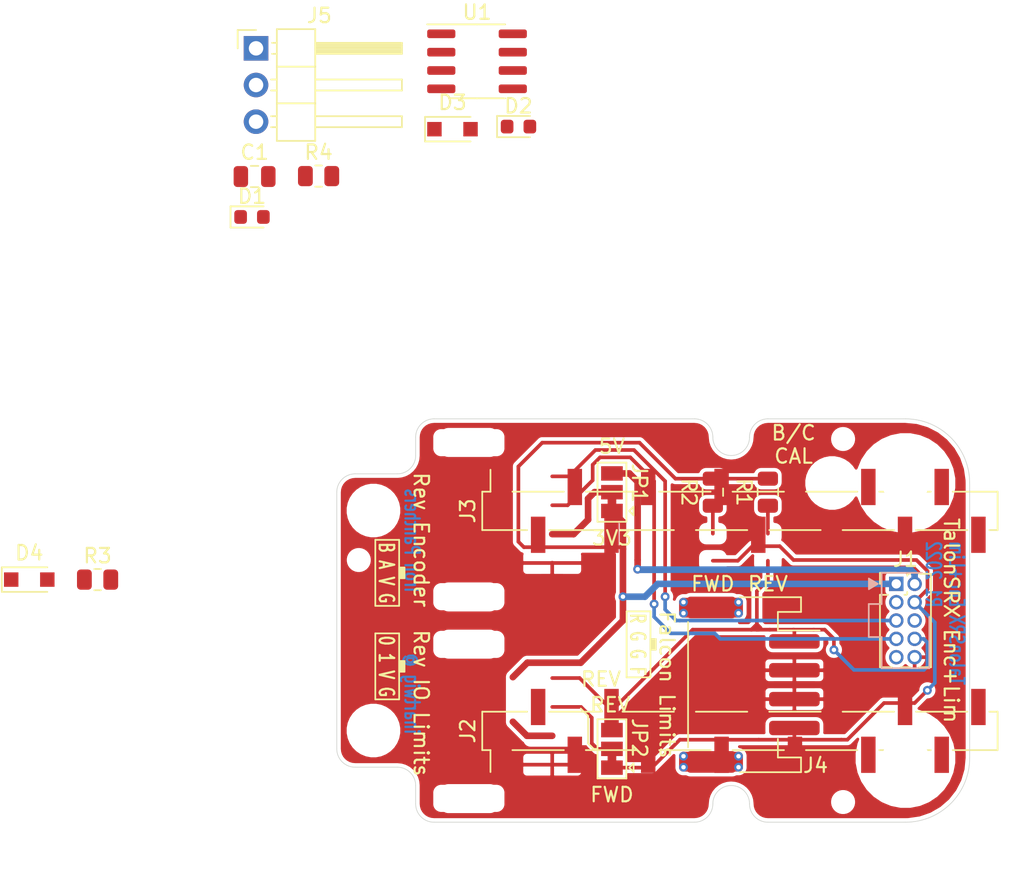
<source format=kicad_pcb>
(kicad_pcb (version 20211014) (generator pcbnew)
  (layers (0 "F.Cu" signal) (31 "B.Cu" signal) (34 "B.Paste" user) (35 "F.Paste" user) (36 "B.SilkS" user "B.Silkscreen") (37 "F.SilkS" user "F.Silkscreen") (38 "B.Mask" user) (39 "F.Mask" user) (44 "Edge.Cuts" user))
  (net 0 "")
  (net 1 "/LIM_REV")
  (net 2 "/LIM_FWD")
  (net 3 "+3V3")
  (net 4 "/TSY_VIN_A")
  (net 5 "/ANA_IN")
  (net 6 "/ENC_B")
  (net 7 "/TSY_3V3_A")
  (net 8 "/ENC_A")
  (net 9 "/ENC_IDX")
  (net 10 "GND")
  (net 11 "/TSY_VIN")
  (net 12 "+5V")
  (net 13 "/TSY_3V3")
  (net 15 "/D0")
  (net 16 "/D1")
  (net 17 "/D2")
  (net 18 "/D3_CANTX")
  (net 19 "/D4_CANRX")
  (net 20 "/D5")
  (net 21 "/D6")
  (net 22 "/D7")
  (net 23 "/D8")
  (net 24 "/D9")
  (net 25 "/D10")
  (net 26 "/D11")
  (net 28 "/AGND")
  (net 29 "/D23_A9")
  (net 30 "/D22_A8")
  (net 31 "/D21_A7")
  (net 32 "/D20_A6")
  (net 33 "/D19_A5")
  (net 34 "/D18_A4")
  (net 35 "/D17_A3")
  (net 36 "/D16_A2")
  (net 37 "/D15_A1")
  (net 38 "/D14_A0")
  (net 40 "/CAN_L")
  (net 42 "/CAN_H")
  (net 43 "/CAN_TXD")
  (net 44 "/CAN_RXD")
  (net 45 "/CAN_RS")
  (footprint "Jumper:SolderJumper-3_P1.3mm_Bridged12_Pad1.0x1.5mm" (layer "F.Cu") (at 129.54 88.265 90)
    (fp_text reference "JP1" (at 0.635 1.905 270 unlocked) (layer "F.SilkS"))
    (fp_text value "SolderJumper_3_Bridged12")
    (fp_poly (pts (xy -0.9 -0.3) (xy -0.4 -0.3) (xy -0.4 0.3) (xy -0.9 0.3)) (layer "F.Cu") (width 0) (fill solid))
    (fp_line (start -2.05 -1) (end 2.05 -1) (layer "F.SilkS") (width 0.12))
    (fp_line (start -1.3 1.2) (end -1 1.5) (layer "F.SilkS") (width 0.12))
    (fp_line (start -2.05 1) (end -2.05 -1) (layer "F.SilkS") (width 0.12))
    (fp_line (start 2.05 -1) (end 2.05 1) (layer "F.SilkS") (width 0.12))
    (fp_line (start -1.6 1.5) (end -1 1.5) (layer "F.SilkS") (width 0.12))
    (fp_line (start 2.05 1) (end -2.05 1) (layer "F.SilkS") (width 0.12))
    (fp_line (start -1.3 1.2) (end -1.6 1.5) (layer "F.SilkS") (width 0.12))
    (pad "1" smd rect locked (at -1.3 0 90) (size 1 1.5) (layers "F.Cu" "F.Mask") (net 18 "/D3_CANTX"))
    (pad "2" smd rect locked (at 0 0 90) (size 1 1.5) (layers "F.Cu" "F.Mask") (net 43 "/CAN_TXD"))
    (pad "3" smd rect locked (at 1.3 0 90) (size 1 1.5) (layers "F.Cu" "F.Mask") (net 30 "/D22_A8"))
  )
  (footprint "Resistor_SMD:R_0805_2012Metric" (layer "F.Cu") (at 140.335 88.265 -90)
    (fp_text reference "R1" (at 0 1.651 -90 unlocked) (layer "F.SilkS"))
    (fp_text value "2.2k")
    (fp_line (start -0.258578 0.71) (end 0.258578 0.71) (layer "F.SilkS") (width 0.12))
    (fp_line (start -0.258578 -0.71) (end 0.258578 -0.71) (layer "F.SilkS") (width 0.12))
    (pad "1" smd roundrect locked (at -0.9375 0 270) (size 0.975 1.4) (layers "F.Cu" "F.Paste" "F.Mask") (net 11 "/TSY_VIN"))
    (pad "2" smd roundrect locked (at 0.9375 0 270) (size 0.975 1.4) (layers "F.Cu" "F.Paste" "F.Mask") (net 4 "/TSY_VIN_A"))
  )
  (footprint "Resistor_SMD:R_0805_2012Metric" (layer "F.Cu") (at 136.525 88.265 -90)
    (fp_text reference "R2" (at 0 1.651 -90 unlocked) (layer "F.SilkS"))
    (fp_text value "2.2k")
    (fp_line (start -0.258578 0.71) (end 0.258578 0.71) (layer "F.SilkS") (width 0.12))
    (fp_line (start -0.258578 -0.71) (end 0.258578 -0.71) (layer "F.SilkS") (width 0.12))
    (pad "1" smd roundrect locked (at -0.9375 0 270) (size 0.975 1.4) (layers "F.Cu" "F.Paste" "F.Mask") (net 13 "/TSY_3V3"))
    (pad "2" smd roundrect locked (at 0.9375 0 270) (size 0.975 1.4) (layers "F.Cu" "F.Paste" "F.Mask") (net 7 "/TSY_3V3_A"))
  )
  (footprint "Jumper:SolderJumper-3_P1.3mm_Bridged12_Pad1.0x1.5mm" (layer "F.Cu") (at 129.54 106.045 90)
    (fp_text reference "JP2" (at 0.762 1.905 270 unlocked) (layer "F.SilkS"))
    (fp_text value "SolderJumper_3_Bridged12")
    (fp_poly (pts (xy -0.9 -0.3) (xy -0.4 -0.3) (xy -0.4 0.3) (xy -0.9 0.3)) (layer "F.Cu") (width 0) (fill solid))
    (fp_line (start 2.05 1) (end -2.05 1) (layer "F.SilkS") (width 0.12))
    (fp_line (start -2.05 -1) (end 2.05 -1) (layer "F.SilkS") (width 0.12))
    (fp_line (start 2.05 -1) (end 2.05 1) (layer "F.SilkS") (width 0.12))
    (fp_line (start -2.05 1) (end -2.05 -1) (layer "F.SilkS") (width 0.12))
    (fp_line (start -1.3 1.2) (end -1 1.5) (layer "F.SilkS") (width 0.12))
    (fp_line (start -1.3 1.2) (end -1.6 1.5) (layer "F.SilkS") (width 0.12))
    (fp_line (start -1.6 1.5) (end -1 1.5) (layer "F.SilkS") (width 0.12))
    (pad "1" smd rect locked (at -1.3 0 90) (size 1 1.5) (layers "F.Cu" "F.Mask") (net 19 "/D4_CANRX"))
    (pad "2" smd rect locked (at 0 0 90) (size 1 1.5) (layers "F.Cu" "F.Mask") (net 44 "/CAN_RXD"))
    (pad "3" smd rect locked (at 1.3 0 90) (size 1 1.5) (layers "F.Cu" "F.Mask") (net 29 "/D23_A9"))
  )
  (footprint "talonsrx-enc-limit-ftc-special:MountingHole_3.2mm_M3_Clearance" (layer "F.Cu") (at 149.86 87.63)
    (fp_text reference "H1" hide)
    (fp_text value "4-40/M3")
    (pad "" np_thru_hole circle locked (at 0 0) (size 3.2 3.2) (drill 3.2) (layers *.Cu *.Mask) (clearance 1.85))
  )
  (footprint "talonsrx-enc-limit-ftc-special:MountingHole_3.2mm_M3_Clearance" (layer "F.Cu") (at 149.86 106.68)
    (fp_text reference "H2" hide)
    (fp_text value "4-40/M3")
    (pad "" np_thru_hole circle locked (at 0 0) (size 3.2 3.2) (drill 3.2) (layers *.Cu *.Mask) (clearance 1.85))
  )
  (footprint "Connector_PinHeader_1.27mm:PinHeader_2x05_P1.27mm_Vertical" (layer "F.Cu") (at 149.225 94.615)
    (fp_text reference "J1" (at 0.635 -1.695) (layer "F.SilkS"))
    (fp_text value "DNP")
    (fp_line (start 0.30753 5.775) (end 0.96247 5.775) (layer "F.SilkS") (width 0.12))
    (fp_line (start -1.13 -0.76) (end 0 -0.76) (layer "F.SilkS") (width 0.12))
    (fp_line (start -1.13 5.775) (end -0.30753 5.775) (layer "F.SilkS") (width 0.12))
    (fp_line (start 0.76 -0.563471) (end 0.76 -0.695) (layer "F.SilkS") (width 0.12))
    (fp_line (start 2.4 -0.695) (end 2.4 5.775) (layer "F.SilkS") (width 0.12))
    (fp_line (start 0.76 0.706529) (end 0.76 0.563471) (layer "F.SilkS") (width 0.12))
    (fp_line (start 1.57753 5.775) (end 2.4 5.775) (layer "F.SilkS") (width 0.12))
    (fp_line (start -1.13 0.76) (end -1.13 5.775) (layer "F.SilkS") (width 0.12))
    (fp_line (start 0.563471 0.76) (end 0.706529 0.76) (layer "F.SilkS") (width 0.12))
    (fp_line (start 0.76 -0.695) (end 0.96247 -0.695) (layer "F.SilkS") (width 0.12))
    (fp_line (start -1.13 0.76) (end -0.563471 0.76) (layer "F.SilkS") (width 0.12))
    (fp_line (start -1.13 0) (end -1.13 -0.76) (layer "F.SilkS") (width 0.12))
    (fp_line (start 1.57753 -0.695) (end 2.4 -0.695) (layer "F.SilkS") (width 0.12))
    (pad "1" thru_hole rect locked (at 0 0) (size 1 1) (drill 0.65) (layers *.Cu *.Mask) (net 3 "+3V3"))
    (pad "2" thru_hole oval locked (at 1.27 0) (size 1 1) (drill 0.65) (layers *.Cu *.Mask) (net 12 "+5V"))
    (pad "3" thru_hole oval locked (at 0 1.27) (size 1 1) (drill 0.65) (layers *.Cu *.Mask) (net 5 "/ANA_IN"))
    (pad "4" thru_hole oval locked (at 1.27 1.27) (size 1 1) (drill 0.65) (layers *.Cu *.Mask) (net 2 "/LIM_FWD"))
    (pad "5" thru_hole oval locked (at 0 2.54) (size 1 1) (drill 0.65) (layers *.Cu *.Mask) (net 6 "/ENC_B"))
    (pad "6" thru_hole oval locked (at 1.27 2.54) (size 1 1) (drill 0.65) (layers *.Cu *.Mask))
    (pad "7" thru_hole oval locked (at 0 3.81) (size 1 1) (drill 0.65) (layers *.Cu *.Mask) (net 8 "/ENC_A"))
    (pad "8" thru_hole oval locked (at 1.27 3.81) (size 1 1) (drill 0.65) (layers *.Cu *.Mask) (net 1 "/LIM_REV"))
    (pad "9" thru_hole oval locked (at 0 5.08) (size 1 1) (drill 0.65) (layers *.Cu *.Mask) (net 9 "/ENC_IDX"))
    (pad "10" thru_hole oval locked (at 1.27 5.08) (size 1 1) (drill 0.65) (layers *.Cu *.Mask) (net 10 "GND"))
  )
  (footprint "Connector_JST:JST_PH_S4B-PH-SM4-TB_1x04-1MP_P2.00mm_Horizontal" (layer "F.Cu") (at 139.319 101.6 -90)
    (fp_text reference "J4" (at 5.588 -4.318 180) (layer "F.SilkS"))
    (fp_text value "Conn_01x04")
    (fp_line (start -5.04 -3.31) (end -5.04 -1.71) (layer "F.SilkS") (width 0.12))
    (fp_line (start 6.06 0.94) (end 6.06 -3.31) (layer "F.SilkS") (width 0.12))
    (fp_line (start -4.34 4.51) (end 4.34 4.51) (layer "F.SilkS") (width 0.12))
    (fp_line (start -3.76 -1.71) (end -3.76 -4.6) (layer "F.SilkS") (width 0.12))
    (fp_line (start 5.04 -1.71) (end 3.76 -1.71) (layer "F.SilkS") (width 0.12))
    (fp_line (start 5.04 -3.31) (end 5.04 -1.71) (layer "F.SilkS") (width 0.12))
    (fp_line (start -6.06 -3.31) (end -5.04 -3.31) (layer "F.SilkS") (width 0.12))
    (fp_line (start -6.06 0.94) (end -6.06 -3.31) (layer "F.SilkS") (width 0.12))
    (fp_line (start 6.06 -3.31) (end 5.04 -3.31) (layer "F.SilkS") (width 0.12))
    (fp_line (start -5.04 -1.71) (end -3.76 -1.71) (layer "F.SilkS") (width 0.12))
    (pad "1" smd roundrect locked (at -3 -2.85 270) (size 1 3.5) (layers "F.Cu" "F.Paste" "F.Mask") (net 1 "/LIM_REV"))
    (pad "2" smd roundrect locked (at -1 -2.85 270) (size 1 3.5) (layers "F.Cu" "F.Paste" "F.Mask") (net 10 "GND"))
    (pad "3" smd roundrect locked (at 1 -2.85 270) (size 1 3.5) (layers "F.Cu" "F.Paste" "F.Mask") (net 10 "GND"))
    (pad "4" smd roundrect locked (at 3 -2.85 270) (size 1 3.5) (layers "F.Cu" "F.Paste" "F.Mask") (net 2 "/LIM_FWD"))
    (pad "MP" smd roundrect locked (at 5.35 2.9 270) (size 1.5 3.4) (layers "F.Cu" "F.Paste" "F.Mask") (roundrect_rratio 0.166667))
    (pad "MP" smd roundrect locked (at -5.35 2.9 270) (size 1.5 3.4) (layers "F.Cu" "F.Paste" "F.Mask") (roundrect_rratio 0.166667))
  )
  (footprint "Connector_PinHeader_2.54mm:PinHeader_1x03_P2.54mm_Horizontal" (layer "F.Cu") (at 104.9 57.52)
    (fp_text reference "J5" (at 4.385 -2.27) (layer "F.SilkS"))
    (fp_text value "Conn_01x03")
    (fp_line (start 4.1 0.16) (end 10.1 0.16) (layer "F.SilkS") (width 0.12))
    (fp_line (start 10.1 4.7) (end 10.1 5.46) (layer "F.SilkS") (width 0.12))
    (fp_line (start 4.1 6.41) (end 4.1 -1.33) (layer "F.SilkS") (width 0.12))
    (fp_line (start 4.1 -0.08) (end 10.1 -0.08) (layer "F.SilkS") (width 0.12))
    (fp_line (start 1.44 3.81) (end 4.1 3.81) (layer "F.SilkS") (width 0.12))
    (fp_line (start 4.1 -1.33) (end 1.44 -1.33) (layer "F.SilkS") (width 0.12))
    (fp_line (start 1.042929 2.92) (end 1.44 2.92) (layer "F.SilkS") (width 0.12))
    (fp_line (start 1.11 0.38) (end 1.44 0.38) (layer "F.SilkS") (width 0.12))
    (fp_line (start 4.1 0.28) (end 10.1 0.28) (layer "F.SilkS") (width 0.12))
    (fp_line (start 10.1 0.38) (end 4.1 0.38) (layer "F.SilkS") (width 0.12))
    (fp_line (start 4.1 -0.32) (end 10.1 -0.32) (layer "F.SilkS") (width 0.12))
    (fp_line (start 10.1 2.92) (end 4.1 2.92) (layer "F.SilkS") (width 0.12))
    (fp_line (start 1.44 -1.33) (end 1.44 6.41) (layer "F.SilkS") (width 0.12))
    (fp_line (start 4.1 -0.2) (end 10.1 -0.2) (layer "F.SilkS") (width 0.12))
    (fp_line (start 1.44 1.27) (end 4.1 1.27) (layer "F.SilkS") (width 0.12))
    (fp_line (start 1.042929 5.46) (end 1.44 5.46) (layer "F.SilkS") (width 0.12))
    (fp_line (start -1.27 -1.27) (end 0 -1.27) (layer "F.SilkS") (width 0.12))
    (fp_line (start 1.042929 4.7) (end 1.44 4.7) (layer "F.SilkS") (width 0.12))
    (fp_line (start 1.44 6.41) (end 4.1 6.41) (layer "F.SilkS") (width 0.12))
    (fp_line (start 4.1 4.7) (end 10.1 4.7) (layer "F.SilkS") (width 0.12))
    (fp_line (start 1.042929 2.16) (end 1.44 2.16) (layer "F.SilkS") (width 0.12))
    (fp_line (start 4.1 2.16) (end 10.1 2.16) (layer "F.SilkS") (width 0.12))
    (fp_line (start 4.1 -0.38) (end 10.1 -0.38) (layer "F.SilkS") (width 0.12))
    (fp_line (start 10.1 2.16) (end 10.1 2.92) (layer "F.SilkS") (width 0.12))
    (fp_line (start 4.1 0.04) (end 10.1 0.04) (layer "F.SilkS") (width 0.12))
    (fp_line (start -1.27 0) (end -1.27 -1.27) (layer "F.SilkS") (width 0.12))
    (fp_line (start 10.1 5.46) (end 4.1 5.46) (layer "F.SilkS") (width 0.12))
    (fp_line (start 10.1 -0.38) (end 10.1 0.38) (layer "F.SilkS") (width 0.12))
    (fp_line (start 1.11 -0.38) (end 1.44 -0.38) (layer "F.SilkS") (width 0.12))
    (pad "1" thru_hole rect (at 0 0) (size 1.7 1.7) (drill 1) (layers *.Cu *.Mask) (net 40 "/CAN_L"))
    (pad "2" thru_hole oval (at 0 2.54) (size 1.7 1.7) (drill 1) (layers *.Cu *.Mask))
    (pad "3" thru_hole oval (at 0 5.08) (size 1.7 1.7) (drill 1) (layers *.Cu *.Mask) (net 42 "/CAN_H"))
  )
  (footprint "LED_SMD:LED_0603_1608Metric" (layer "F.Cu") (at 104.62 69.2)
    (fp_text reference "D1" (at 0 -1.43) (layer "F.SilkS"))
    (fp_text value "Green")
    (fp_line (start -1.485 0.735) (end 0.8 0.735) (layer "F.SilkS") (width 0.12))
    (fp_line (start 0.8 -0.735) (end -1.485 -0.735) (layer "F.SilkS") (width 0.12))
    (fp_line (start -1.485 -0.735) (end -1.485 0.735) (layer "F.SilkS") (width 0.12))
    (pad "1" smd roundrect (at -0.7875 0) (size 0.875 0.95) (layers "F.Cu" "F.Paste" "F.Mask") (net 10 "GND"))
    (pad "2" smd roundrect (at 0.7875 0) (size 0.875 0.95) (layers "F.Cu" "F.Paste" "F.Mask") (net 4 "/TSY_VIN_A"))
  )
  (footprint "Package_SO:SOIC-8_3.9x4.9mm_P1.27mm" (layer "F.Cu") (at 120.2 58.42)
    (fp_text reference "U1" (at 0 -3.4) (layer "F.SilkS"))
    (fp_text value "SN65HVD230")
    (fp_line (start 0 2.56) (end 1.95 2.56) (layer "F.SilkS") (width 0.12))
    (fp_line (start 0 -2.56) (end 1.95 -2.56) (layer "F.SilkS") (width 0.12))
    (fp_line (start 0 -2.56) (end -3.45 -2.56) (layer "F.SilkS") (width 0.12))
    (fp_line (start 0 2.56) (end -1.95 2.56) (layer "F.SilkS") (width 0.12))
    (pad "1" smd roundrect (at -2.475 -1.905) (size 1.95 0.6) (layers "F.Cu" "F.Paste" "F.Mask") (net 43 "/CAN_TXD"))
    (pad "2" smd roundrect (at -2.475 -0.635) (size 1.95 0.6) (layers "F.Cu" "F.Paste" "F.Mask") (net 10 "GND"))
    (pad "3" smd roundrect (at -2.475 0.635) (size 1.95 0.6) (layers "F.Cu" "F.Paste" "F.Mask") (net 3 "+3V3"))
    (pad "4" smd roundrect (at -2.475 1.905) (size 1.95 0.6) (layers "F.Cu" "F.Paste" "F.Mask") (net 44 "/CAN_RXD"))
    (pad "5" smd roundrect (at 2.475 1.905) (size 1.95 0.6) (layers "F.Cu" "F.Paste" "F.Mask"))
    (pad "6" smd roundrect (at 2.475 0.635) (size 1.95 0.6) (layers "F.Cu" "F.Paste" "F.Mask") (net 40 "/CAN_L"))
    (pad "7" smd roundrect (at 2.475 -0.635) (size 1.95 0.6) (layers "F.Cu" "F.Paste" "F.Mask") (net 42 "/CAN_H"))
    (pad "8" smd roundrect (at 2.475 -1.905) (size 1.95 0.6) (layers "F.Cu" "F.Paste" "F.Mask") (net 45 "/CAN_RS"))
  )
  (footprint "Diode_SMD:D_SOD-323_HandSoldering" (layer "F.Cu") (at 89.2 94.32)
    (fp_text reference "D4" (at 0 -1.85) (layer "F.SilkS"))
    (fp_text value "DNP")
    (fp_line (start -1.9 -0.85) (end 1.25 -0.85) (layer "F.SilkS") (width 0.12))
    (fp_line (start -1.9 -0.85) (end -1.9 0.85) (layer "F.SilkS") (width 0.12))
    (fp_line (start -1.9 0.85) (end 1.25 0.85) (layer "F.SilkS") (width 0.12))
    (pad "1" smd rect (at -1.25 0) (size 1 1) (layers "F.Cu" "F.Paste" "F.Mask") (net 13 "/TSY_3V3"))
    (pad "2" smd rect (at 1.25 0) (size 1 1) (layers "F.Cu" "F.Paste" "F.Mask") (net 3 "+3V3"))
  )
  (footprint "Resistor_SMD:R_0805_2012Metric" (layer "F.Cu") (at 109.23 66.37)
    (fp_text reference "R4" (at 0 -1.65) (layer "F.SilkS"))
    (fp_text value "DNP")
    (fp_line (start -0.227064 -0.735) (end 0.227064 -0.735) (layer "F.SilkS") (width 0.12))
    (fp_line (start -0.227064 0.735) (end 0.227064 0.735) (layer "F.SilkS") (width 0.12))
    (pad "1" smd roundrect (at -0.9125 0) (size 1.025 1.4) (layers "F.Cu" "F.Paste" "F.Mask") (roundrect_rratio 0.243902) (net 45 "/CAN_RS"))
    (pad "2" smd roundrect (at 0.9125 0) (size 1.025 1.4) (layers "F.Cu" "F.Paste" "F.Mask") (roundrect_rratio 0.243902) (net 10 "GND"))
  )
  (footprint "Connector_PinHeader_2.54mm:PinHeader_1x14_P2.54mm_Vertical_SMD_Pin1Left" (layer "F.Cu") (at 138.4 104.8 90)
    (fp_text reference "J2" (at 0 -18.84 90) (layer "F.SilkS"))
    (fp_text value "Conn_01x14")
    (fp_line (start -1.33 14.73) (end -1.33 17.84) (layer "F.SilkS") (width 0.12))
    (fp_line (start 1.33 7.11) (end 1.33 10.67) (layer "F.SilkS") (width 0.12))
    (fp_line (start -1.33 4.57) (end -1.33 8.13) (layer "F.SilkS") (width 0.12))
    (fp_line (start -1.33 -0.51) (end -1.33 3.05) (layer "F.SilkS") (width 0.12))
    (fp_line (start -1.33 -17.84) (end -1.33 -17.27) (layer "F.SilkS") (width 0.12))
    (fp_line (start -1.33 -17.84) (end 1.33 -17.84) (layer "F.SilkS") (width 0.12))
    (fp_line (start 1.33 -8.13) (end 1.33 -4.57) (layer "F.SilkS") (width 0.12))
    (fp_line (start 1.33 -13.21) (end 1.33 -9.65) (layer "F.SilkS") (width 0.12))
    (fp_line (start -1.33 9.65) (end -1.33 13.21) (layer "F.SilkS") (width 0.12))
    (fp_line (start 1.33 -3.05) (end 1.33 0.51) (layer "F.SilkS") (width 0.12))
    (fp_line (start -1.33 -5.59) (end -1.33 -2.03) (layer "F.SilkS") (width 0.12))
    (fp_line (start 1.33 17.27) (end 1.33 17.84) (layer "F.SilkS") (width 0.12))
    (fp_line (start 1.33 -17.84) (end 1.33 -14.73) (layer "F.SilkS") (width 0.12))
    (fp_line (start -1.33 -17.27) (end -2.85 -17.27) (layer "F.SilkS") (width 0.12))
    (fp_line (start -1.33 -15.75) (end -1.33 -12.19) (layer "F.SilkS") (width 0.12))
    (fp_line (start -1.33 -10.67) (end -1.33 -7.11) (layer "F.SilkS") (width 0.12))
    (fp_line (start 1.33 2.03) (end 1.33 5.59) (layer "F.SilkS") (width 0.12))
    (fp_line (start -1.33 17.84) (end 1.33 17.84) (layer "F.SilkS") (width 0.12))
    (fp_line (start 1.33 12.19) (end 1.33 15.75) (layer "F.SilkS") (width 0.12))
    (pad "1" smd rect (at -1.655 -16.51 90) (size 2.51 1) (layers "F.Cu" "F.Paste" "F.Mask") (net 10 "GND"))
    (pad "2" smd rect (at 1.655 -13.97 90) (size 2.51 1) (layers "F.Cu" "F.Paste" "F.Mask") (net 15 "/D0"))
    (pad "3" smd rect (at -1.655 -11.43 90) (size 2.51 1) (layers "F.Cu" "F.Paste" "F.Mask") (net 16 "/D1"))
    (pad "4" smd rect (at 1.655 -8.89 90) (size 2.51 1) (layers "F.Cu" "F.Paste" "F.Mask") (net 17 "/D2"))
    (pad "5" smd rect (at -1.655 -6.35 90) (size 2.51 1) (layers "F.Cu" "F.Paste" "F.Mask") (net 18 "/D3_CANTX"))
    (pad "6" smd rect (at 1.655 -3.81 90) (size 2.51 1) (layers "F.Cu" "F.Paste" "F.Mask") (net 19 "/D4_CANRX"))
    (pad "7" smd rect (at -1.655 -1.27 90) (size 2.51 1) (layers "F.Cu" "F.Paste" "F.Mask") (net 20 "/D5"))
    (pad "8" smd rect (at 1.655 1.27 90) (size 2.51 1) (layers "F.Cu" "F.Paste" "F.Mask") (net 21 "/D6"))
    (pad "9" smd rect (at -1.655 3.81 90) (size 2.51 1) (layers "F.Cu" "F.Paste" "F.Mask") (net 22 "/D7"))
    (pad "10" smd rect (at 1.655 6.35 90) (size 2.51 1) (layers "F.Cu" "F.Paste" "F.Mask") (net 23 "/D8"))
    (pad "11" smd rect (at -1.655 8.89 90) (size 2.51 1) (layers "F.Cu" "F.Paste" "F.Mask") (net 24 "/D9"))
    (pad "12" smd rect (at 1.655 11.43 90) (size 2.51 1) (layers "F.Cu" "F.Paste" "F.Mask") (net 25 "/D10"))
    (pad "13" smd rect (at -1.655 13.97 90) (size 2.51 1) (layers "F.Cu" "F.Paste" "F.Mask") (net 26 "/D11"))
    (pad "14" smd rect (at 1.655 16.51 90) (size 2.51 1) (layers "F.Cu" "F.Paste" "F.Mask"))
  )
  (footprint "LED_SMD:LED_0603_1608Metric" (layer "F.Cu") (at 123.07 62.94)
    (fp_text reference "D2" (at 0 -1.43) (layer "F.SilkS"))
    (fp_text value "Green")
    (fp_line (start 0.8 -0.735) (end -1.485 -0.735) (layer "F.SilkS") (width 0.12))
    (fp_line (start -1.485 0.735) (end 0.8 0.735) (layer "F.SilkS") (width 0.12))
    (fp_line (start -1.485 -0.735) (end -1.485 0.735) (layer "F.SilkS") (width 0.12))
    (pad "1" smd roundrect (at -0.7875 0) (size 0.875 0.95) (layers "F.Cu" "F.Paste" "F.Mask") (net 10 "GND"))
    (pad "2" smd roundrect (at 0.7875 0) (size 0.875 0.95) (layers "F.Cu" "F.Paste" "F.Mask") (net 7 "/TSY_3V3_A"))
  )
  (footprint "Resistor_SMD:R_0805_2012Metric" (layer "F.Cu") (at 93.93 94.32)
    (fp_text reference "R3" (at 0 -1.65) (layer "F.SilkS"))
    (fp_text value "DNP")
    (fp_line (start -0.227064 -0.735) (end 0.227064 -0.735) (layer "F.SilkS") (width 0.12))
    (fp_line (start -0.227064 0.735) (end 0.227064 0.735) (layer "F.SilkS") (width 0.12))
    (pad "1" smd roundrect (at -0.9125 0) (size 1.025 1.4) (layers "F.Cu" "F.Paste" "F.Mask") (roundrect_rratio 0.243902) (net 3 "+3V3"))
    (pad "2" smd roundrect (at 0.9125 0) (size 1.025 1.4) (layers "F.Cu" "F.Paste" "F.Mask") (roundrect_rratio 0.243902) (net 45 "/CAN_RS"))
  )
  (footprint "Diode_SMD:D_SOD-323_HandSoldering" (layer "F.Cu") (at 118.5 63.12)
    (fp_text reference "D3" (at 0 -1.85) (layer "F.SilkS"))
    (fp_text value "D_Small_Filled")
    (fp_line (start -1.9 -0.85) (end -1.9 0.85) (layer "F.SilkS") (width 0.12))
    (fp_line (start -1.9 -0.85) (end 1.25 -0.85) (layer "F.SilkS") (width 0.12))
    (fp_line (start -1.9 0.85) (end 1.25 0.85) (layer "F.SilkS") (width 0.12))
    (pad "1" smd rect (at -1.25 0) (size 1 1) (layers "F.Cu" "F.Paste" "F.Mask") (net 11 "/TSY_VIN"))
    (pad "2" smd rect (at 1.25 0) (size 1 1) (layers "F.Cu" "F.Paste" "F.Mask") (net 12 "+5V"))
  )
  (footprint "Capacitor_SMD:C_0805_2012Metric" (layer "F.Cu") (at 104.8 66.4)
    (fp_text reference "C1" (at 0 -1.68) (layer "F.SilkS"))
    (fp_text value "0.1uF")
    (fp_line (start -0.261252 0.735) (end 0.261252 0.735) (layer "F.SilkS") (width 0.12))
    (fp_line (start -0.261252 -0.735) (end 0.261252 -0.735) (layer "F.SilkS") (width 0.12))
    (pad "1" smd roundrect (at -0.95 0) (size 1 1.45) (layers "F.Cu" "F.Paste" "F.Mask") (net 3 "+3V3"))
    (pad "2" smd roundrect (at 0.95 0) (size 1 1.45) (layers "F.Cu" "F.Paste" "F.Mask") (net 10 "GND"))
  )
  (footprint "Connector_PinHeader_2.54mm:PinHeader_1x14_P2.54mm_Vertical_SMD_Pin1Right" (layer "F.Cu") (at 138.4 89.56 90)
    (fp_text reference "J3" (at 0 -18.84 90) (layer "F.SilkS"))
    (fp_text value "Conn_01x14")
    (fp_line (start 1.33 -10.67) (end 1.33 -7.11) (layer "F.SilkS") (width 0.12))
    (fp_line (start 1.33 -5.59) (end 1.33 -2.03) (layer "F.SilkS") (width 0.12))
    (fp_line (start -1.33 -8.13) (end -1.33 -4.57) (layer "F.SilkS") (width 0.12))
    (fp_line (start -1.33 -3.05) (end -1.33 0.51) (layer "F.SilkS") (width 0.12))
    (fp_line (start 1.33 14.73) (end 1.33 17.84) (layer "F.SilkS") (width 0.12))
    (fp_line (start -1.33 -17.84) (end 1.33 -17.84) (layer "F.SilkS") (width 0.12))
    (fp_line (start 1.33 -17.27) (end 2.85 -17.27) (layer "F.SilkS") (width 0.12))
    (fp_line (start -1.33 2.03) (end -1.33 5.59) (layer "F.SilkS") (width 0.12))
    (fp_line (start 1.33 9.65) (end 1.33 13.21) (layer "F.SilkS") (width 0.12))
    (fp_line (start 1.33 -0.51) (end 1.33 3.05) (layer "F.SilkS") (width 0.12))
    (fp_line (start 1.33 -15.75) (end 1.33 -12.19) (layer "F.SilkS") (width 0.12))
    (fp_line (start 1.33 4.57) (end 1.33 8.13) (layer "F.SilkS") (width 0.12))
    (fp_line (start -1.33 12.19) (end -1.33 15.75) (layer "F.SilkS") (width 0.12))
    (fp_line (start -1.33 7.11) (end -1.33 10.67) (layer "F.SilkS") (width 0.12))
    (fp_line (start -1.33 17.27) (end -1.33 17.84) (layer "F.SilkS") (width 0.12))
    (fp_line (start 1.33 -17.84) (end 1.33 -17.27) (layer "F.SilkS") (width 0.12))
    (fp_line (start -1.33 -17.84) (end -1.33 -14.73) (layer "F.SilkS") (width 0.12))
    (fp_line (start -1.33 17.84) (end 1.33 17.84) (layer "F.SilkS") (width 0.12))
    (fp_line (start -1.33 -13.21) (end -1.33 -9.65) (layer "F.SilkS") (width 0.12))
    (pad "1" smd rect (at 1.655 -16.51 90) (size 2.51 1) (layers "F.Cu" "F.Paste" "F.Mask") (net 11 "/TSY_VIN"))
    (pad "2" smd rect (at -1.655 -13.97 90) (size 2.51 1) (layers "F.Cu" "F.Paste" "F.Mask") (net 28 "/AGND"))
    (pad "3" smd rect (at 1.655 -11.43 90) (size 2.51 1) (layers "F.Cu" "F.Paste" "F.Mask") (net 13 "/TSY_3V3"))
    (pad "4" smd rect (at -1.655 -8.89 90) (size 2.51 1) (layers "F.Cu" "F.Paste" "F.Mask") (net 29 "/D23_A9"))
    (pad "5" smd rect (at 1.655 -6.35 90) (size 2.51 1) (layers "F.Cu" "F.Paste" "F.Mask") (net 30 "/D22_A8"))
    (pad "6" smd rect (at -1.655 -3.81 90) (size 2.51 1) (layers "F.Cu" "F.Paste" "F.Mask") (net 31 "/D21_A7"))
    (pad "7" smd rect (at 1.655 -1.27 90) (size 2.51 1) (layers "F.Cu" "F.Paste" "F.Mask") (net 32 "/D20_A6"))
    (pad "8" smd rect (at -1.655 1.27 90) (size 2.51 1) (layers "F.Cu" "F.Paste" "F.Mask") (net 33 "/D19_A5"))
    (pad "9" smd rect (at 1.655 3.81 90) (size 2.51 1) (layers "F.Cu" "F.Paste" "F.Mask") (net 34 "/D18_A4"))
    (pad "10" smd rect (at -1.655 6.35 90) (size 2.51 1) (layers "F.Cu" "F.Paste" "F.Mask") (net 35 "/D17_A3"))
    (pad "11" smd rect (at 1.655 8.89 90) (size 2.51 1) (layers "F.Cu" "F.Paste" "F.Mask") (net 36 "/D16_A2"))
    (pad "12" smd rect (at -1.655 11.43 90) (size 2.51 1) (layers "F.Cu" "F.Paste" "F.Mask") (net 37 "/D15_A1"))
    (pad "13" smd rect (at 1.655 13.97 90) (size 2.51 1) (layers "F.Cu" "F.Paste" "F.Mask") (net 38 "/D14_A0"))
    (pad "14" smd rect (at -1.655 16.51 90) (size 2.51 1) (layers "F.Cu" "F.Paste" "F.Mask"))
  )
  (gr_poly (pts (xy 147.955 94.615) (xy 147.32 94.996) (xy 147.32 94.234)) (layer "B.SilkS") (width 0.1) (fill solid))
  (gr_line (start 151.511 100.457) (end 151.511 96.901) (layer "B.SilkS") (width 0.12))
  (gr_line (start 148.209 93.853) (end 151.003 93.853) (layer "B.SilkS") (width 0.12))
  (gr_line (start 148.209 98.298) (end 148.209 100.457) (layer "B.SilkS") (width 0.12))
  (gr_line (start 148.209 96.012) (end 148.209 93.853) (layer "B.SilkS") (width 0.12))
  (gr_line (start 148.209 100.457) (end 151.511 100.457) (layer "B.SilkS") (width 0.12))
  (gr_line (start 148.209 96.012) (end 147.32 96.012) (layer "B.SilkS") (width 0.12))
  (gr_line (start 147.32 96.012) (end 147.32 98.298) (layer "B.SilkS") (width 0.12))
  (gr_line (start 147.32 98.298) (end 148.209 98.298) (layer "B.SilkS") (width 0.12))
  (gr_line (start 113.157 102.616) (end 113.157 98.044) (layer "F.SilkS") (width 0.12))
  (gr_line (start 114.808 98.044) (end 114.808 102.616) (layer "F.SilkS") (width 0.12))
  (gr_line (start 113.157 98.044) (end 114.808 98.044) (layer "F.SilkS") (width 0.12))
  (gr_line (start 114.808 102.616) (end 113.157 102.616) (layer "F.SilkS") (width 0.12))
  (gr_poly (pts (xy 115.189 100.711) (xy 114.808 100.711) (xy 114.808 99.949) (xy 115.189 99.949)) (layer "F.SilkS") (width 0.1) (fill solid))
  (gr_line (start 132.207 96.52) (end 132.207 101.092) (layer "F.SilkS") (width 0.12))
  (gr_poly (pts (xy 132.588 99.187) (xy 132.207 99.187) (xy 132.207 98.425) (xy 132.588 98.425)) (layer "F.SilkS") (width 0.1) (fill solid))
  (gr_line (start 130.556 96.52) (end 132.207 96.52) (layer "F.SilkS") (width 0.12))
  (gr_line (start 130.556 101.092) (end 130.556 96.52) (layer "F.SilkS") (width 0.12))
  (gr_line (start 132.207 101.092) (end 130.556 101.092) (layer "F.SilkS") (width 0.12))
  (gr_line (start 114.808 96.139) (end 113.157 96.139) (layer "F.SilkS") (width 0.12))
  (gr_poly (pts (xy 115.189 94.234) (xy 114.808 94.234) (xy 114.808 93.472) (xy 115.189 93.472)) (layer "F.SilkS") (width 0.1) (fill solid))
  (gr_line (start 113.157 96.139) (end 113.157 91.567) (layer "F.SilkS") (width 0.12))
  (gr_line (start 113.157 91.567) (end 114.808 91.567) (layer "F.SilkS") (width 0.12))
  (gr_line (start 114.808 91.567) (end 114.808 96.139) (layer "F.SilkS") (width 0.12))
  (gr_line (start 128.27 106.045) (end 128.524 106.045) (layer "F.SilkS") (width 0.12))
  (gr_line (start 127.381 103.251) (end 127.889 103.759) (layer "F.SilkS") (width 0.12))
  (gr_line (start 127.889 103.759) (end 127.889 105.664) (layer "F.SilkS") (width 0.12))
  (gr_line (start 127.889 105.664) (end 128.27 106.045) (layer "F.SilkS") (width 0.12))
  (gr_line (start 154.305 106.68) (end 154.305 87.63) (layer "Edge.Cuts") (width 0.05))
  (gr_line (start 149.86 83.185) (end 140.335 83.185) (layer "Edge.Cuts") (width 0.05))
  (gr_line (start 110.49 88.265) (end 110.49 106.045) (layer "Edge.Cuts") (width 0.05))
  (gr_line (start 117.221 111.125) (end 135.255 111.125) (layer "Edge.Cuts") (width 0.05))
  (gr_line (start 117.221 83.185) (end 135.255 83.185) (layer "Edge.Cuts") (width 0.05))
  (gr_arc (start 115.951 84.455) (mid 116.322974 83.556974) (end 117.221 83.185) (layer "Edge.Cuts") (width 0.05))
  (gr_arc (start 115.951 85.725) (mid 115.579026 86.623026) (end 114.681 86.995) (layer "Edge.Cuts") (width 0.05))
  (gr_line (start 115.951 84.455) (end 115.951 85.725) (layer "Edge.Cuts") (width 0.05))
  (gr_line (start 114.681 86.995) (end 111.76 86.995) (layer "Edge.Cuts") (width 0.05))
  (gr_arc (start 110.49 88.265) (mid 110.861974 87.366974) (end 111.76 86.995) (layer "Edge.Cuts") (width 0.05))
  (gr_arc (start 117.221 111.125) (mid 116.322974 110.753026) (end 115.951 109.855) (layer "Edge.Cuts") (width 0.05))
  (gr_arc (start 114.681 107.315) (mid 115.579026 107.686974) (end 115.951 108.585) (layer "Edge.Cuts") (width 0.05))
  (gr_line (start 114.681 107.315) (end 111.76 107.315) (layer "Edge.Cuts") (width 0.05))
  (gr_line (start 115.951 109.855) (end 115.951 108.585) (layer "Edge.Cuts") (width 0.05))
  (gr_arc (start 111.76 107.315) (mid 110.861974 106.943026) (end 110.49 106.045) (layer "Edge.Cuts") (width 0.05))
  (gr_arc (start 149.86 83.185) (mid 153.00309 84.48691) (end 154.305 87.63) (layer "Edge.Cuts") (width 0.05))
  (gr_arc (start 135.255 83.185) (mid 136.153026 83.556974) (end 136.525 84.455) (layer "Edge.Cuts") (width 0.05))
  (gr_arc (start 136.525 109.855) (mid 137.795 108.585) (end 139.065 109.855) (layer "Edge.Cuts") (width 0.05))
  (gr_arc (start 154.305 106.68) (mid 153.00309 109.82309) (end 149.86 111.125) (layer "Edge.Cuts") (width 0.05))
  (gr_line (start 149.86 111.125) (end 140.335 111.125) (layer "Edge.Cuts") (width 0.05))
  (gr_arc (start 139.065 84.455) (mid 139.436974 83.556974) (end 140.335 83.185) (layer "Edge.Cuts") (width 0.05))
  (gr_arc (start 136.525 109.855) (mid 136.153026 110.753026) (end 135.255 111.125) (layer "Edge.Cuts") (width 0.05))
  (gr_arc (start 139.065 84.455) (mid 137.795 85.725) (end 136.525 84.455) (layer "Edge.Cuts") (width 0.05))
  (gr_arc (start 140.335 111.125) (mid 139.436974 110.753026) (end 139.065 109.855) (layer "Edge.Cuts") (width 0.05))
  (gr_text "TalonSRX Enc+Lim\nR1 2022" (at 152.6 91.567 270) (layer "B.Cu") (effects (font (size 1 0.7) (thickness 0.1524)) (justify right mirror)))
  (gr_text "ihartwig @        Iron Panthers" (at 115.697 96.52 270) (layer "B.Cu") (effects (font (size 1 0.7) (thickness 0.1524)) (justify mirror)))
  (gr_text "Rev Encoder" (at 116.332 91.567 270) (layer "F.SilkS") (effects (font (size 1 1))))
  (gr_text "FWD" (at 129.54 109.22) (layer "F.SilkS") (effects (font (size 1 1))))
  (gr_text "3V3" (at 129.54 91.44) (layer "F.SilkS") (effects (font (size 1 1))))
  (gr_text "5V" (at 129.54 85.09) (layer "F.SilkS") (effects (font (size 1 1))))
  (gr_text "FWD" (at 136.525 94.615) (layer "F.SilkS") (effects (font (size 1 1))))
  (gr_text "REV" (at 140.335 94.615) (layer "F.SilkS") (effects (font (size 1 1))))
  (gr_text "B/C\nCAL" (at 142.113 84.963) (layer "F.SilkS") (effects (font (size 1 1))))
  (gr_text "0 1 V G" (at 113.919 100.33 270) (layer "F.SilkS") (effects (font (size 1 0.7))))
  (gr_text "Rev IO Limits" (at 116.332 102.87 270) (layer "F.SilkS") (effects (font (size 1 1))))
  (gr_text "B A V G" (at 113.919 93.853 270) (layer "F.SilkS") (effects (font (size 1 0.7))))
  (gr_text "R G G F" (at 131.318 98.806 270) (layer "F.SilkS") (effects (font (size 1 0.7))))
  (gr_text "REV" (at 129.413 102.997) (layer "F.SilkS") (effects (font (size 1 1))))
  (gr_text "REV" (at 128.778 101.219) (layer "F.SilkS") (effects (font (size 1 1))))
  (gr_text "Falcon Limits" (at 133.35 101.6 270) (layer "F.SilkS") (effects (font (size 1 1))))
  (gr_text "TalonSRX Enc+Lim" (at 153.035 97.155 270) (layer "F.SilkS") (effects (font (size 1 1))))
  (segment (start 137.906 106.918) (end 138.303 107.315) (width 0.6096) (layer "F.Cu") (net 0))
  (segment (start 134.493 106.553) (end 138.303 106.553) (width 0.6096) (layer "F.Cu") (net 0))
  (segment (start 136.419 106.918) (end 137.906 106.918) (width 0.6096) (layer "F.Cu") (net 0))
  (segment (start 138.303 106.553) (end 138.303 107.315) (width 0.6096) (layer "F.Cu") (net 0))
  (segment (start 134.493 107.315) (end 134.493 106.553) (width 0.6096) (layer "F.Cu") (net 0))
  (segment (start 138.303 107.315) (end 134.493 107.315) (width 0.6096) (layer "F.Cu") (net 0))
  (segment (start 137.906 96.25) (end 138.303 96.647) (width 0.6096) (layer "F.Cu") (net 0))
  (segment (start 134.493 96.647) (end 134.493 95.885) (width 0.6096) (layer "F.Cu") (net 0))
  (segment (start 138.303 96.647) (end 134.493 96.647) (width 0.6096) (layer "F.Cu") (net 0))
  (segment (start 134.493 95.885) (end 138.303 95.885) (width 0.6096) (layer "F.Cu") (net 0))
  (segment (start 136.419 96.25) (end 137.906 96.25) (width 0.6096) (layer "F.Cu") (net 0))
  (segment (start 138.303 95.885) (end 138.303 96.647) (width 0.6096) (layer "F.Cu") (net 0))
  (via (at 134.493 106.553) (size 0.6096) (drill 0.3048) (layers "F.Cu" "B.Cu") (net 0))
  (via (at 134.493 107.315) (size 0.6096) (drill 0.3048) (layers "F.Cu" "B.Cu") (net 0))
  (via (at 138.303 106.553) (size 0.6096) (drill 0.3048) (layers "F.Cu" "B.Cu") (net 0))
  (via (at 138.303 107.315) (size 0.6096) (drill 0.3048) (layers "F.Cu" "B.Cu") (net 0))
  (via (at 138.303 95.885) (size 0.6096) (drill 0.3048) (layers "F.Cu" "B.Cu") (net 0))
  (via (at 134.493 95.885) (size 0.6096) (drill 0.3048) (layers "F.Cu" "B.Cu") (net 0))
  (via (at 134.493 96.647) (size 0.6096) (drill 0.3048) (layers "F.Cu" "B.Cu") (net 0))
  (via (at 138.303 96.647) (size 0.6096) (drill 0.3048) (layers "F.Cu" "B.Cu") (net 0))
  (segment (start 142.169 97.846) (end 142.113 97.79) (width 0.254) (layer "F.Cu") (net 1))
  (segment (start 139.192 97.79) (end 139.573 97.409) (width 0.254) (layer "F.Cu") (net 1))
  (segment (start 139.573 97.409) (end 139.827 97.663) (width 0.254) (layer "F.Cu") (net 1))
  (segment (start 144.272 97.79) (end 143.51 97.79) (width 0.254) (layer "F.Cu") (net 1))
  (segment (start 142.169 98.6) (end 142.169 97.846) (width 0.254) (layer "F.Cu") (net 1))
  (segment (start 139.192 97.79) (end 135.128 97.79) (width 0.254) (layer "F.Cu") (net 1))
  (segment (start 142.113 97.79) (end 140.462 97.79) (width 0.254) (layer "F.Cu") (net 1))
  (segment (start 129.54 104.745) (end 129.54 103.378) (width 0.254) (layer "F.Cu") (net 1))
  (segment (start 129.54 103.378) (end 129.54 102.997) (width 0.254) (layer "F.Cu") (net 1))
  (segment (start 129.159 102.997) (end 129.54 103.378) (width 0.254) (layer "F.Cu") (net 1))
  (segment (start 144.907 99.187) (end 144.907 98.425) (width 0.254) (layer "F.Cu") (net 1))
  (segment (start 135.128 97.79) (end 129.921 102.997) (width 0.254) (layer "F.Cu") (net 1))
  (segment (start 140.335 94.361) (end 139.573 95.123) (width 0.254) (layer "F.Cu") (net 1))
  (segment (start 140.335 93.0125) (end 140.335 94.361) (width 0.254) (layer "F.Cu") (net 1))
  (segment (start 129.54 102.997) (end 129.159 102.997) (width 0.254) (layer "F.Cu") (net 1))
  (segment (start 139.7 97.79) (end 139.573 97.79) (width 0.254) (layer "F.Cu") (net 1))
  (segment (start 139.573 97.79) (end 139.192 97.79) (width 0.254) (layer "F.Cu") (net 1))
  (segment (start 139.573 97.409) (end 139.573 97.79) (width 0.254) (layer "F.Cu") (net 1))
  (segment (start 129.54 102.997) (end 129.921 102.997) (width 0.254) (layer "F.Cu") (net 1))
  (segment (start 140.462 97.79) (end 139.7 97.79) (width 0.254) (layer "F.Cu") (net 1))
  (segment (start 127.302 101.14) (end 125.405 101.14) (width 0.254) (layer "F.Cu") (net 1))
  (segment (start 143.51 97.79) (end 142.113 97.79) (width 0.254) (layer "F.Cu") (net 1))
  (segment (start 129.159 102.997) (end 127.302 101.14) (width 0.254) (layer "F.Cu") (net 1))
  (segment (start 139.573 95.123) (end 139.573 97.409) (width 0.254) (layer "F.Cu") (net 1))
  (segment (start 129.921 102.997) (end 129.54 103.378) (width 0.254) (layer "F.Cu") (net 1))
  (segment (start 144.907 98.425) (end 144.272 97.79) (width 0.254) (layer "F.Cu") (net 1))
  (via (at 144.907 99.187) (size 0.6096) (drill 0.3048) (layers "F.Cu" "B.Cu") (net 1))
  (segment (start 151.137999 100.576001) (end 146.296001 100.576001) (width 0.254) (layer "B.Cu") (net 1))
  (segment (start 151.384 100.33) (end 151.137999 100.576001) (width 0.254) (layer "B.Cu") (net 1))
  (segment (start 146.296001 100.576001) (end 144.907 99.187) (width 0.254) (layer "B.Cu") (net 1))
  (segment (start 151.13 98.425) (end 151.384 98.679) (width 0.254) (layer "B.Cu") (net 1))
  (segment (start 151.384 98.679) (end 151.384 100.33) (width 0.254) (layer "B.Cu") (net 1))
  (segment (start 150.495 98.425) (end 151.13 98.425) (width 0.254) (layer "B.Cu") (net 1))
  (segment (start 141.15501 92.00601) (end 142.113 92.964) (width 0.254) (layer "F.Cu") (net 2))
  (segment (start 150.622 92.964) (end 151.384 93.726) (width 0.254) (layer "F.Cu") (net 2))
  (segment (start 142.169 104.6) (end 142.169 105.339) (width 0.254) (layer "F.Cu") (net 2))
  (segment (start 142.113 92.964) (end 150.622 92.964) (width 0.254) (layer "F.Cu") (net 2))
  (segment (start 151.384 93.726) (end 151.384 94.996) (width 0.254) (layer "F.Cu") (net 2))
  (segment (start 142.169 105.339) (end 142.24 105.41) (width 0.254) (layer "F.Cu") (net 2))
  (segment (start 150.495 102.87) (end 151.376001 101.988999) (width 0.254) (layer "F.Cu") (net 2))
  (segment (start 129.54 107.345) (end 132.304 107.345) (width 0.254) (layer "F.Cu") (net 2))
  (segment (start 134.239 105.41) (end 139.7 105.41) (width 0.254) (layer "F.Cu") (net 2))
  (segment (start 150.495 102.87) (end 148.376038 102.87) (width 0.254) (layer "F.Cu") (net 2))
  (segment (start 151.384 94.996) (end 150.495 95.885) (width 0.254) (layer "F.Cu") (net 2))
  (segment (start 132.304 107.345) (end 134.239 105.41) (width 0.254) (layer "F.Cu") (net 2))
  (segment (start 139.7 105.41) (end 142.24 105.41) (width 0.254) (layer "F.Cu") (net 2))
  (segment (start 148.376038 102.87) (end 145.836038 105.41) (width 0.254) (layer "F.Cu") (net 2))
  (segment (start 139.26099 92.00601) (end 141.15501 92.00601) (width 0.254) (layer "F.Cu") (net 2))
  (segment (start 138.2545 93.0125) (end 139.26099 92.00601) (width 0.254) (layer "F.Cu") (net 2))
  (segment (start 145.836038 105.41) (end 145.415 105.41) (width 0.254) (layer "F.Cu") (net 2))
  (segment (start 136.525 93.0125) (end 138.2545 93.0125) (width 0.254) (layer "F.Cu") (net 2))
  (segment (start 142.24 105.41) (end 145.415 105.41) (width 0.254) (layer "F.Cu") (net 2))
  (via (at 151.376001 101.988999) (size 0.6096) (drill 0.3048) (layers "F.Cu" "B.Cu") (net 2))
  (segment (start 150.495 95.886233) (end 151.892 97.283233) (width 0.254) (layer "B.Cu") (net 2))
  (segment (start 151.892 97.283233) (end 151.892 101.473) (width 0.254) (layer "B.Cu") (net 2))
  (segment (start 150.495 95.885) (end 150.495 95.886233) (width 0.254) (layer "B.Cu") (net 2))
  (segment (start 151.892 101.473) (end 151.376001 101.988999) (width 0.254) (layer "B.Cu") (net 2))
  (segment (start 140.335 91.1375) (end 140.335 89.2025) (width 0.254) (layer "F.Cu") (net 4))
  (segment (start 131.064 85.344) (end 133.223 87.503) (width 0.254) (layer "F.Cu") (net 6))
  (segment (start 128.397 85.344) (end 131.064 85.344) (width 0.254) (layer "F.Cu") (net 6))
  (segment (start 125.405 87.17) (end 126.571 87.17) (width 0.254) (layer "F.Cu") (net 6))
  (segment (start 126.571 87.17) (end 128.397 85.344) (width 0.254) (layer "F.Cu") (net 6))
  (segment (start 133.223 87.503) (end 133.223 95.504) (width 0.254) (layer "F.Cu") (net 6))
  (via (at 133.223 95.504) (size 0.6096) (drill 0.3048) (layers "F.Cu" "B.Cu") (net 6))
  (segment (start 133.985 97.155) (end 134.239 97.155) (width 0.254) (layer "B.Cu") (net 6))
  (segment (start 133.223 95.504) (end 133.223 96.393) (width 0.254) (layer "B.Cu") (net 6))
  (segment (start 149.225 97.155) (end 134.239 97.155) (width 0.254) (layer "B.Cu") (net 6))
  (segment (start 133.223 96.393) (end 133.985 97.155) (width 0.254) (layer "B.Cu") (net 6))
  (segment (start 136.525 91.1375) (end 136.525 89.2025) (width 0.254) (layer "F.Cu") (net 7))
  (segment (start 128.717198 85.852) (end 130.81 85.852) (width 0.254) (layer "F.Cu") (net 8))
  (segment (start 132.334 87.376) (end 132.461 87.503) (width 0.254) (layer "F.Cu") (net 8))
  (segment (start 128.2065 86.362698) (end 128.717198 85.852) (width 0.254) (layer "F.Cu") (net 8))
  (segment (start 130.81 85.852) (end 132.334 87.376) (width 0.254) (layer "F.Cu") (net 8))
  (segment (start 125.405 89.17) (end 126.476 89.17) (width 0.254) (layer "F.Cu") (net 8))
  (segment (start 128.2065 87.4395) (end 128.2065 86.362698) (width 0.254) (layer "F.Cu") (net 8))
  (segment (start 132.461 87.503) (end 132.461 96.012) (width 0.254) (layer "F.Cu") (net 8))
  (segment (start 126.476 89.17) (end 128.2065 87.4395) (width 0.254) (layer "F.Cu") (net 8))
  (via (at 132.461 96.012) (size 0.6096) (drill 0.3048) (layers "F.Cu" "B.Cu") (net 8))
  (segment (start 132.461 96.901) (end 133.604 98.044) (width 0.254) (layer "B.Cu") (net 8))
  (segment (start 132.461 96.012) (end 132.461 96.901) (width 0.254) (layer "B.Cu") (net 8))
  (segment (start 137.033 98.425) (end 136.652 98.044) (width 0.254) (layer "B.Cu") (net 8))
  (segment (start 149.225 98.425) (end 137.033 98.425) (width 0.254) (layer "B.Cu") (net 8))
  (segment (start 136.652 98.044) (end 133.604 98.044) (width 0.254) (layer "B.Cu") (net 8))
  (segment (start 149.225 99.695) (end 149.098 99.568) (width 0.4572) (layer "B.Cu") (net 9))
  (segment (start 129.54 86.965) (end 130.7472 86.965) (width 0.4572) (layer "F.Cu") (net 12))
  (segment (start 130.7472 86.965) (end 131.318 87.5358) (width 0.4572) (layer "F.Cu") (net 12))
  (segment (start 131.318 92.964) (end 131.318 93.599) (width 0.4572) (layer "F.Cu") (net 12))
  (segment (start 131.318 87.5358) (end 131.318 92.964) (width 0.4572) (layer "F.Cu") (net 12))
  (via (at 131.318 93.599) (size 0.6096) (drill 0.3048) (layers "F.Cu" "B.Cu") (net 12))
  (segment (start 150.219505 93.632399) (end 133.002399 93.632399) (width 0.4572) (layer "B.Cu") (net 12))
  (segment (start 133.002399 93.632399) (end 131.478399 93.632399) (width 0.4572) (layer "B.Cu") (net 12))
  (segment (start 150.495 93.907894) (end 150.219505 93.632399) (width 0.4572) (layer "B.Cu") (net 12))
  (segment (start 131.351399 93.632399) (end 131.318 93.599) (width 0.4572) (layer "B.Cu") (net 12))
  (segment (start 133.002399 93.632399) (end 131.351399 93.632399) (width 0.4572) (layer "B.Cu") (net 12))
  (segment (start 150.495 94.615) (end 150.495 93.907894) (width 0.4572) (layer "B.Cu") (net 12))
  (segment (start 133.9365 87.3275) (end 131.445 84.836) (width 0.254) (layer "F.Cu") (net 18))
  (segment (start 127.381 100.076) (end 128.651 98.806) (width 0.4572) (layer "F.Cu") (net 18))
  (segment (start 131.445 84.836) (end 124.714 84.836) (width 0.254) (layer "F.Cu") (net 18))
  (segment (start 130.175 92.075) (end 130.302 92.202) (width 0.254) (layer "F.Cu") (net 18))
  (segment (start 125.405 105.14) (end 123.655 105.14) (width 0.4572) (layer "F.Cu") (net 18))
  (segment (start 140.335 87.3275) (end 136.525 87.3275) (width 0.254) (layer "F.Cu") (net 18))
  (segment (start 130.302 90.327) (end 129.54 89.565) (width 0.4572) (layer "F.Cu") (net 18))
  (segment (start 123.063 86.487) (end 123.063 91.694) (width 0.254) (layer "F.Cu") (net 18))
  (segment (start 122.682 101.07693) (end 123.68293 100.076) (width 0.4572) (layer "F.Cu") (net 18))
  (segment (start 124.714 84.836) (end 123.063 86.487) (width 0.254) (layer "F.Cu") (net 18))
  (segment (start 123.063 91.694) (end 123.444 92.075) (width 0.254) (layer "F.Cu") (net 18))
  (segment (start 123.444 92.075) (end 130.175 92.075) (width 0.254) (layer "F.Cu") (net 18))
  (segment (start 123.655 105.14) (end 122.682 104.167) (width 0.4572) (layer "F.Cu") (net 18))
  (segment (start 123.68293 100.076) (end 127.381 100.076) (width 0.4572) (layer "F.Cu") (net 18))
  (segment (start 128.651 98.806) (end 130.302 97.155) (width 0.4572) (layer "F.Cu") (net 18))
  (segment (start 130.302 95.504) (end 130.302 92.202) (width 0.4572) (layer "F.Cu") (net 18))
  (segment (start 130.302 97.155) (end 130.302 95.504) (width 0.4572) (layer "F.Cu") (net 18))
  (segment (start 136.525 87.3275) (end 133.9365 87.3275) (width 0.254) (layer "F.Cu") (net 18))
  (segment (start 130.302 92.202) (end 130.302 90.327) (width 0.4572) (layer "F.Cu") (net 18))
  (via (at 130.302 95.504) (size 0.6096) (drill 0.3048) (layers "F.Cu" "B.Cu") (net 18))
  (segment (start 149.225 94.615) (end 132.715 94.615) (width 0.4572) (layer "B.Cu") (net 18))
  (segment (start 130.302 95.504) (end 131.826 95.504) (width 0.4572) (layer "B.Cu") (net 18))
  (segment (start 131.826 95.504) (end 132.715 94.615) (width 0.4572) (layer "B.Cu") (net 18))
  (segment (start 127.889 90.17) (end 127.889 88.7088) (width 0.4572) (layer "F.Cu") (net 43))
  (segment (start 125.405 91.17) (end 126.889 91.17) (width 0.4572) (layer "F.Cu") (net 43))
  (segment (start 126.889 91.17) (end 127.889 90.17) (width 0.4572) (layer "F.Cu") (net 43))
  (segment (start 127.889 88.7088) (end 128.3328 88.265) (width 0.4572) (layer "F.Cu") (net 43))
  (segment (start 128.3328 88.265) (end 129.54 88.265) (width 0.4572) (layer "F.Cu") (net 43))
  (segment (start 128.143 105.652) (end 128.536 106.045) (width 0.254) (layer "F.Cu") (net 44))
  (segment (start 125.405 103.14) (end 127.397 103.14) (width 0.254) (layer "F.Cu") (net 44))
  (segment (start 127.397 103.14) (end 128.143 103.886) (width 0.254) (layer "F.Cu") (net 44))
  (segment (start 128.536 106.045) (end 129.54 106.045) (width 0.254) (layer "F.Cu") (net 44))
  (segment (start 128.143 103.886) (end 128.143 105.652) (width 0.254) (layer "F.Cu") (net 44))
  (zone (net 10) (net_name "GND") (layer "F.Cu") (connect_pads (clearance 0.254)) (min_thickness 0.2032) (fill yes (thermal_gap 0.254) (thermal_bridge_width 0.254))
    (polygon (pts (xy 154.94 111.76) (xy 109.982 111.76) (xy 109.982 82.296) (xy 154.94 82.296)))
  )
  (zone (net 0) (net_name "") (layer "F.Cu") (connect_pads (clearance 0)) (min_thickness 0.254)
    (keepout (tracks allowed) (vias allowed) (pads allowed) (copperpour not_allowed) (footprints allowed))
    (fill (thermal_gap 0.508) (thermal_bridge_width 0.508))
    (polygon (pts (xy 128.524 105.791) (xy 124.841 105.791) (xy 124.841 102.489) (xy 128.524 102.489)))
  )
)
</source>
